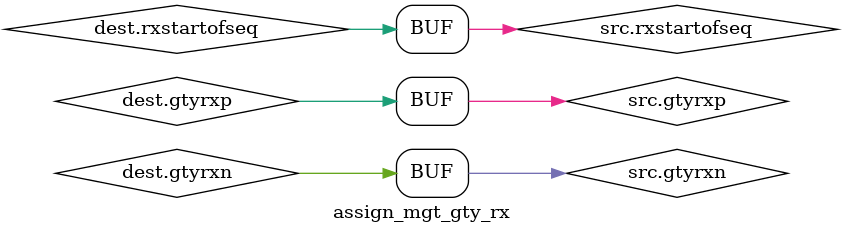
<source format=sv>

`include "mgt_gty_interfaces.sv"
module assign_mgt_gty_rx
(
	mgt_gty_rx.out dest,
	mgt_gty_rx.in src
);
	 assign dest.gtyrxn = src.gtyrxn;
	 assign dest.gtyrxp = src.gtyrxp;
	 assign src.rxctrl0 = dest.rxctrl0;
	 assign src.rxctrl1 = dest.rxctrl1;
	 assign src.rxctrl2 = dest.rxctrl2;
	 assign src.rxctrl3 = dest.rxctrl3;
	 assign src.rxdata = dest.rxdata;
	 assign src.rxdatavalid = dest.rxdatavalid;
	 assign dest.rxgearboxslip = src.rxgearboxslip;
	 assign src.rxheader = dest.rxheader;
	 assign src.rxheadervalid = dest.rxheadervalid;
	 assign dest.rxlatclk = src.rxlatclk;
	 assign src.rxoutclk = dest.rxoutclk;
	 assign dest.rxslide = src.rxslide;
	 assign src.rxstartofseq = dest.rxstartofseq;
endmodule

</source>
